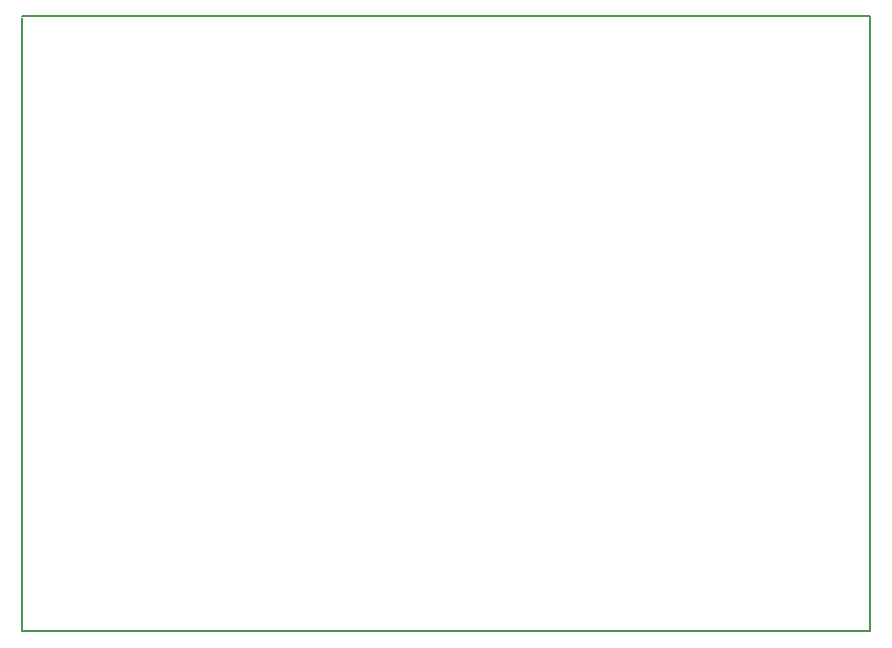
<source format=gbr>
G04 #@! TF.GenerationSoftware,KiCad,Pcbnew,(5.0.0)*
G04 #@! TF.CreationDate,2019-03-31T19:03:55-07:00*
G04 #@! TF.ProjectId,ulx3s_to_adda,756C7833735F746F5F616464612E6B69,rev?*
G04 #@! TF.SameCoordinates,Original*
G04 #@! TF.FileFunction,Legend,Bot*
G04 #@! TF.FilePolarity,Positive*
%FSLAX46Y46*%
G04 Gerber Fmt 4.6, Leading zero omitted, Abs format (unit mm)*
G04 Created by KiCad (PCBNEW (5.0.0)) date 03/31/19 19:03:55*
%MOMM*%
%LPD*%
G01*
G04 APERTURE LIST*
%ADD10C,0.200000*%
G04 APERTURE END LIST*
D10*
X184785000Y-81915000D02*
X113030000Y-81915000D01*
X113030000Y-133985000D02*
X184785000Y-133985000D01*
X113030000Y-82042000D02*
X113030000Y-133985000D01*
X184785000Y-133985000D02*
X184785000Y-81915000D01*
M02*

</source>
